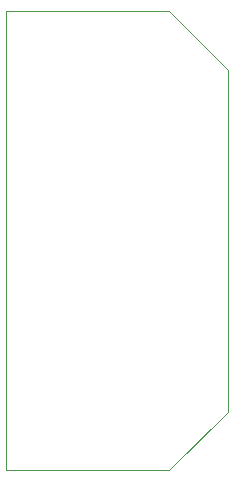
<source format=gbr>
G04*
G04 #@! TF.GenerationSoftware,Altium Limited,Altium Designer,24.9.1 (31)*
G04*
G04 Layer_Color=0*
%FSLAX25Y25*%
%MOIN*%
G70*
G04*
G04 #@! TF.SameCoordinates,DAC1C6B3-9DD7-490D-B82B-BCBA8ACD2817*
G04*
G04*
G04 #@! TF.FilePolarity,Positive*
G04*
G01*
G75*
%ADD50C,0.00100*%
D50*
X0Y0D02*
X54500Y-0D01*
X74000Y19500D01*
X74000Y133500D01*
X54500Y153000D01*
X0Y153000D01*
X0Y0D01*
M02*

</source>
